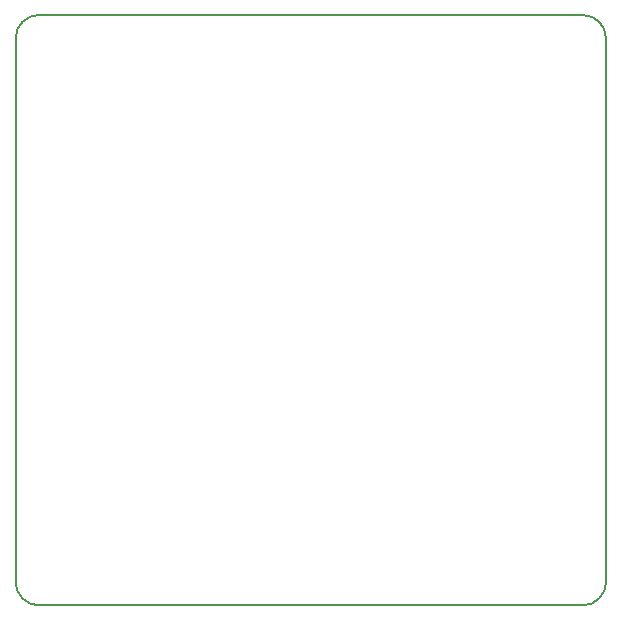
<source format=gko>
G04*
G04 #@! TF.GenerationSoftware,Altium Limited,Altium Designer,18.1.7 (191)*
G04*
G04 Layer_Color=16711935*
%FSLAX25Y25*%
%MOIN*%
G70*
G01*
G75*
%ADD15C,0.00500*%
D15*
X0Y7874D02*
G03*
X7874Y0I7874J0D01*
G01*
X188976D02*
G03*
X196850Y7874I0J7874D01*
G01*
Y188976D02*
G03*
X188976Y196850I-7874J0D01*
G01*
X7874D02*
G03*
X0Y188976I0J-7874D01*
G01*
X7874Y0D02*
X188976D01*
X196850Y7874D02*
Y188976D01*
X7874Y196850D02*
X188976D01*
X0Y7874D02*
Y188976D01*
M02*

</source>
